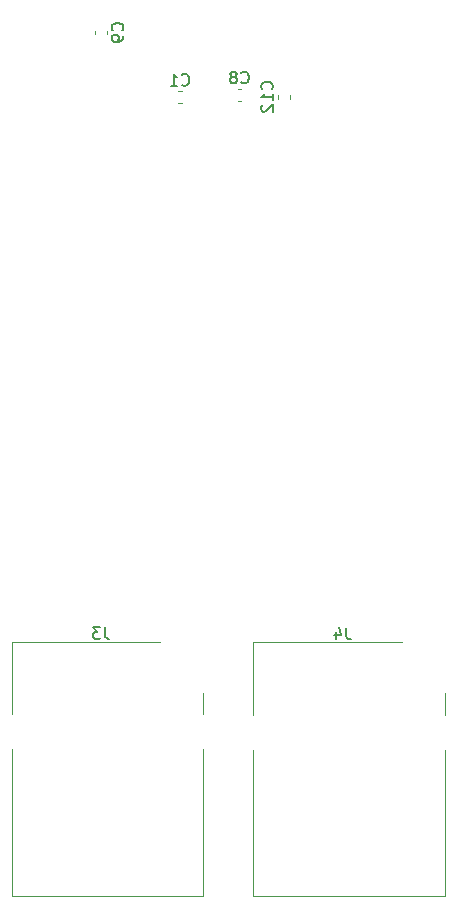
<source format=gbr>
%TF.GenerationSoftware,KiCad,Pcbnew,(6.0.11)*%
%TF.CreationDate,2023-05-21T23:05:42+09:00*%
%TF.ProjectId,STM32F4_Ethernet,53544d33-3246-4345-9f45-746865726e65,rev?*%
%TF.SameCoordinates,Original*%
%TF.FileFunction,Legend,Bot*%
%TF.FilePolarity,Positive*%
%FSLAX46Y46*%
G04 Gerber Fmt 4.6, Leading zero omitted, Abs format (unit mm)*
G04 Created by KiCad (PCBNEW (6.0.11)) date 2023-05-21 23:05:42*
%MOMM*%
%LPD*%
G01*
G04 APERTURE LIST*
%ADD10C,0.150000*%
%ADD11C,0.120000*%
G04 APERTURE END LIST*
D10*
%TO.C,J3*%
X102503333Y-137852380D02*
X102503333Y-138566666D01*
X102550952Y-138709523D01*
X102646190Y-138804761D01*
X102789047Y-138852380D01*
X102884285Y-138852380D01*
X102122380Y-137852380D02*
X101503333Y-137852380D01*
X101836666Y-138233333D01*
X101693809Y-138233333D01*
X101598571Y-138280952D01*
X101550952Y-138328571D01*
X101503333Y-138423809D01*
X101503333Y-138661904D01*
X101550952Y-138757142D01*
X101598571Y-138804761D01*
X101693809Y-138852380D01*
X101979523Y-138852380D01*
X102074761Y-138804761D01*
X102122380Y-138757142D01*
%TO.C,C1*%
X109029166Y-91927142D02*
X109076785Y-91974761D01*
X109219642Y-92022380D01*
X109314880Y-92022380D01*
X109457738Y-91974761D01*
X109552976Y-91879523D01*
X109600595Y-91784285D01*
X109648214Y-91593809D01*
X109648214Y-91450952D01*
X109600595Y-91260476D01*
X109552976Y-91165238D01*
X109457738Y-91070000D01*
X109314880Y-91022380D01*
X109219642Y-91022380D01*
X109076785Y-91070000D01*
X109029166Y-91117619D01*
X108076785Y-92022380D02*
X108648214Y-92022380D01*
X108362500Y-92022380D02*
X108362500Y-91022380D01*
X108457738Y-91165238D01*
X108552976Y-91260476D01*
X108648214Y-91308095D01*
%TO.C,C12*%
X116627142Y-92319642D02*
X116674761Y-92272023D01*
X116722380Y-92129166D01*
X116722380Y-92033928D01*
X116674761Y-91891071D01*
X116579523Y-91795833D01*
X116484285Y-91748214D01*
X116293809Y-91700595D01*
X116150952Y-91700595D01*
X115960476Y-91748214D01*
X115865238Y-91795833D01*
X115770000Y-91891071D01*
X115722380Y-92033928D01*
X115722380Y-92129166D01*
X115770000Y-92272023D01*
X115817619Y-92319642D01*
X116722380Y-93272023D02*
X116722380Y-92700595D01*
X116722380Y-92986309D02*
X115722380Y-92986309D01*
X115865238Y-92891071D01*
X115960476Y-92795833D01*
X116008095Y-92700595D01*
X115817619Y-93652976D02*
X115770000Y-93700595D01*
X115722380Y-93795833D01*
X115722380Y-94033928D01*
X115770000Y-94129166D01*
X115817619Y-94176785D01*
X115912857Y-94224404D01*
X116008095Y-94224404D01*
X116150952Y-94176785D01*
X116722380Y-93605357D01*
X116722380Y-94224404D01*
%TO.C,J4*%
X122963333Y-137902380D02*
X122963333Y-138616666D01*
X123010952Y-138759523D01*
X123106190Y-138854761D01*
X123249047Y-138902380D01*
X123344285Y-138902380D01*
X122058571Y-138235714D02*
X122058571Y-138902380D01*
X122296666Y-137854761D02*
X122534761Y-138569047D01*
X121915714Y-138569047D01*
%TO.C,C9*%
X103987142Y-87333333D02*
X104034761Y-87285714D01*
X104082380Y-87142857D01*
X104082380Y-87047619D01*
X104034761Y-86904761D01*
X103939523Y-86809523D01*
X103844285Y-86761904D01*
X103653809Y-86714285D01*
X103510952Y-86714285D01*
X103320476Y-86761904D01*
X103225238Y-86809523D01*
X103130000Y-86904761D01*
X103082380Y-87047619D01*
X103082380Y-87142857D01*
X103130000Y-87285714D01*
X103177619Y-87333333D01*
X104082380Y-87809523D02*
X104082380Y-88000000D01*
X104034761Y-88095238D01*
X103987142Y-88142857D01*
X103844285Y-88238095D01*
X103653809Y-88285714D01*
X103272857Y-88285714D01*
X103177619Y-88238095D01*
X103130000Y-88190476D01*
X103082380Y-88095238D01*
X103082380Y-87904761D01*
X103130000Y-87809523D01*
X103177619Y-87761904D01*
X103272857Y-87714285D01*
X103510952Y-87714285D01*
X103606190Y-87761904D01*
X103653809Y-87809523D01*
X103701428Y-87904761D01*
X103701428Y-88095238D01*
X103653809Y-88190476D01*
X103606190Y-88238095D01*
X103510952Y-88285714D01*
%TO.C,C8*%
X114066666Y-91727142D02*
X114114285Y-91774761D01*
X114257142Y-91822380D01*
X114352380Y-91822380D01*
X114495238Y-91774761D01*
X114590476Y-91679523D01*
X114638095Y-91584285D01*
X114685714Y-91393809D01*
X114685714Y-91250952D01*
X114638095Y-91060476D01*
X114590476Y-90965238D01*
X114495238Y-90870000D01*
X114352380Y-90822380D01*
X114257142Y-90822380D01*
X114114285Y-90870000D01*
X114066666Y-90917619D01*
X113495238Y-91250952D02*
X113590476Y-91203333D01*
X113638095Y-91155714D01*
X113685714Y-91060476D01*
X113685714Y-91012857D01*
X113638095Y-90917619D01*
X113590476Y-90870000D01*
X113495238Y-90822380D01*
X113304761Y-90822380D01*
X113209523Y-90870000D01*
X113161904Y-90917619D01*
X113114285Y-91012857D01*
X113114285Y-91060476D01*
X113161904Y-91155714D01*
X113209523Y-91203333D01*
X113304761Y-91250952D01*
X113495238Y-91250952D01*
X113590476Y-91298571D01*
X113638095Y-91346190D01*
X113685714Y-91441428D01*
X113685714Y-91631904D01*
X113638095Y-91727142D01*
X113590476Y-91774761D01*
X113495238Y-91822380D01*
X113304761Y-91822380D01*
X113209523Y-91774761D01*
X113161904Y-91727142D01*
X113114285Y-91631904D01*
X113114285Y-91441428D01*
X113161904Y-91346190D01*
X113209523Y-91298571D01*
X113304761Y-91250952D01*
D11*
%TO.C,J3*%
X110840000Y-148200000D02*
X110840000Y-160610000D01*
X107170000Y-139090000D02*
X94610000Y-139090000D01*
X94610000Y-139090000D02*
X94610000Y-145210000D01*
X94610000Y-148190000D02*
X94610000Y-160610000D01*
X110840000Y-143400000D02*
X110840000Y-145210000D01*
X94610000Y-160610000D02*
X110840000Y-160610000D01*
%TO.C,C1*%
X109008767Y-93510000D02*
X108716233Y-93510000D01*
X109008767Y-92490000D02*
X108716233Y-92490000D01*
%TO.C,C12*%
X117190000Y-92816233D02*
X117190000Y-93108767D01*
X118210000Y-92816233D02*
X118210000Y-93108767D01*
%TO.C,J4*%
X115070000Y-160660000D02*
X131300000Y-160660000D01*
X115070000Y-139140000D02*
X115070000Y-145260000D01*
X115070000Y-148240000D02*
X115070000Y-160660000D01*
X127630000Y-139140000D02*
X115070000Y-139140000D01*
X131300000Y-148250000D02*
X131300000Y-160660000D01*
X131300000Y-143450000D02*
X131300000Y-145260000D01*
%TO.C,C9*%
X102710000Y-87646267D02*
X102710000Y-87353733D01*
X101690000Y-87646267D02*
X101690000Y-87353733D01*
%TO.C,C8*%
X114046267Y-93310000D02*
X113753733Y-93310000D01*
X114046267Y-92290000D02*
X113753733Y-92290000D01*
%TD*%
M02*

</source>
